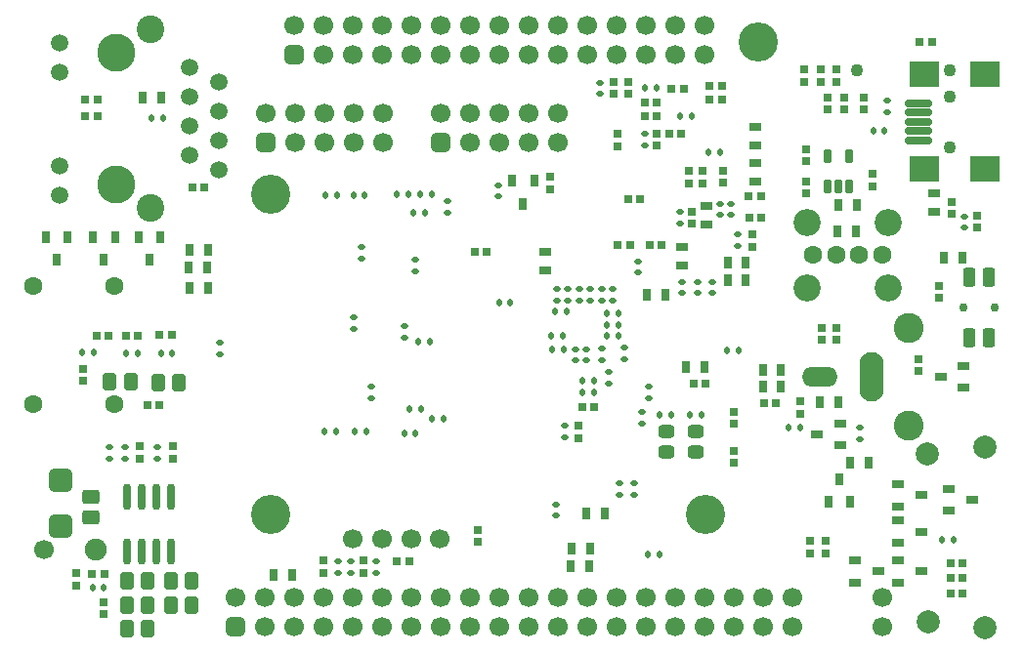
<source format=gbs>
G04 Layer_Color=16711935*
%FSLAX44Y44*%
%MOMM*%
G71*
G01*
G75*
%ADD105C,1.6000*%
%ADD108C,1.5000*%
%ADD109C,1.9000*%
%ADD195R,1.0000X0.8000*%
%ADD196R,0.8000X1.0000*%
G04:AMPARAMS|DCode=197|XSize=0.6mm|YSize=0.55mm|CornerRadius=0.1625mm|HoleSize=0mm|Usage=FLASHONLY|Rotation=270.000|XOffset=0mm|YOffset=0mm|HoleType=Round|Shape=RoundedRectangle|*
%AMROUNDEDRECTD197*
21,1,0.6000,0.2250,0,0,270.0*
21,1,0.2750,0.5500,0,0,270.0*
1,1,0.3250,-0.1125,-0.1375*
1,1,0.3250,-0.1125,0.1375*
1,1,0.3250,0.1125,0.1375*
1,1,0.3250,0.1125,-0.1375*
%
%ADD197ROUNDEDRECTD197*%
G04:AMPARAMS|DCode=198|XSize=0.7mm|YSize=0.75mm|CornerRadius=0.2mm|HoleSize=0mm|Usage=FLASHONLY|Rotation=180.000|XOffset=0mm|YOffset=0mm|HoleType=Round|Shape=RoundedRectangle|*
%AMROUNDEDRECTD198*
21,1,0.7000,0.3500,0,0,180.0*
21,1,0.3000,0.7500,0,0,180.0*
1,1,0.4000,-0.1500,0.1750*
1,1,0.4000,0.1500,0.1750*
1,1,0.4000,0.1500,-0.1750*
1,1,0.4000,-0.1500,-0.1750*
%
%ADD198ROUNDEDRECTD198*%
G04:AMPARAMS|DCode=199|XSize=0.7mm|YSize=0.75mm|CornerRadius=0.2mm|HoleSize=0mm|Usage=FLASHONLY|Rotation=90.000|XOffset=0mm|YOffset=0mm|HoleType=Round|Shape=RoundedRectangle|*
%AMROUNDEDRECTD199*
21,1,0.7000,0.3500,0,0,90.0*
21,1,0.3000,0.7500,0,0,90.0*
1,1,0.4000,0.1750,0.1500*
1,1,0.4000,0.1750,-0.1500*
1,1,0.4000,-0.1750,-0.1500*
1,1,0.4000,-0.1750,0.1500*
%
%ADD199ROUNDEDRECTD199*%
G04:AMPARAMS|DCode=219|XSize=1.15mm|YSize=0.7mm|CornerRadius=0.2mm|HoleSize=0mm|Usage=FLASHONLY|Rotation=90.000|XOffset=0mm|YOffset=0mm|HoleType=Round|Shape=RoundedRectangle|*
%AMROUNDEDRECTD219*
21,1,1.1500,0.3000,0,0,90.0*
21,1,0.7500,0.7000,0,0,90.0*
1,1,0.4000,0.1500,0.3750*
1,1,0.4000,0.1500,-0.3750*
1,1,0.4000,-0.1500,-0.3750*
1,1,0.4000,-0.1500,0.3750*
%
%ADD219ROUNDEDRECTD219*%
G04:AMPARAMS|DCode=220|XSize=0.6mm|YSize=0.55mm|CornerRadius=0.1625mm|HoleSize=0mm|Usage=FLASHONLY|Rotation=180.000|XOffset=0mm|YOffset=0mm|HoleType=Round|Shape=RoundedRectangle|*
%AMROUNDEDRECTD220*
21,1,0.6000,0.2250,0,0,180.0*
21,1,0.2750,0.5500,0,0,180.0*
1,1,0.3250,-0.1375,0.1125*
1,1,0.3250,0.1375,0.1125*
1,1,0.3250,0.1375,-0.1125*
1,1,0.3250,-0.1375,-0.1125*
%
%ADD220ROUNDEDRECTD220*%
%ADD224C,3.4000*%
%ADD225O,2.1000X4.3000*%
%ADD226O,3.1000X1.7000*%
%ADD227C,2.6000*%
%ADD228C,1.7000*%
%ADD229C,2.3500*%
%ADD230C,2.0000*%
%ADD231C,1.1000*%
%ADD232C,3.3000*%
%ADD233C,2.4000*%
G04:AMPARAMS|DCode=234|XSize=1.7mm|YSize=1.7mm|CornerRadius=0.45mm|HoleSize=0mm|Usage=FLASHONLY|Rotation=0.000|XOffset=0mm|YOffset=0mm|HoleType=Round|Shape=RoundedRectangle|*
%AMROUNDEDRECTD234*
21,1,1.7000,0.8000,0,0,0.0*
21,1,0.8000,1.7000,0,0,0.0*
1,1,0.9000,0.4000,-0.4000*
1,1,0.9000,-0.4000,-0.4000*
1,1,0.9000,-0.4000,0.4000*
1,1,0.9000,0.4000,0.4000*
%
%ADD234ROUNDEDRECTD234*%
%ADD235C,0.7500*%
G04:AMPARAMS|DCode=236|XSize=1.25mm|YSize=1.55mm|CornerRadius=0.3375mm|HoleSize=0mm|Usage=FLASHONLY|Rotation=270.000|XOffset=0mm|YOffset=0mm|HoleType=Round|Shape=RoundedRectangle|*
%AMROUNDEDRECTD236*
21,1,1.2500,0.8750,0,0,270.0*
21,1,0.5750,1.5500,0,0,270.0*
1,1,0.6750,-0.4375,-0.2875*
1,1,0.6750,-0.4375,0.2875*
1,1,0.6750,0.4375,0.2875*
1,1,0.6750,0.4375,-0.2875*
%
%ADD236ROUNDEDRECTD236*%
G04:AMPARAMS|DCode=237|XSize=1.4mm|YSize=1.15mm|CornerRadius=0.3125mm|HoleSize=0mm|Usage=FLASHONLY|Rotation=0.000|XOffset=0mm|YOffset=0mm|HoleType=Round|Shape=RoundedRectangle|*
%AMROUNDEDRECTD237*
21,1,1.4000,0.5250,0,0,0.0*
21,1,0.7750,1.1500,0,0,0.0*
1,1,0.6250,0.3875,-0.2625*
1,1,0.6250,-0.3875,-0.2625*
1,1,0.6250,-0.3875,0.2625*
1,1,0.6250,0.3875,0.2625*
%
%ADD237ROUNDEDRECTD237*%
%ADD238R,1.0000X0.7000*%
G04:AMPARAMS|DCode=239|XSize=1.25mm|YSize=1.55mm|CornerRadius=0.3375mm|HoleSize=0mm|Usage=FLASHONLY|Rotation=180.000|XOffset=0mm|YOffset=0mm|HoleType=Round|Shape=RoundedRectangle|*
%AMROUNDEDRECTD239*
21,1,1.2500,0.8750,0,0,180.0*
21,1,0.5750,1.5500,0,0,180.0*
1,1,0.6750,-0.2875,0.4375*
1,1,0.6750,0.2875,0.4375*
1,1,0.6750,0.2875,-0.4375*
1,1,0.6750,-0.2875,-0.4375*
%
%ADD239ROUNDEDRECTD239*%
G04:AMPARAMS|DCode=240|XSize=2.1mm|YSize=2.1mm|CornerRadius=0.55mm|HoleSize=0mm|Usage=FLASHONLY|Rotation=180.000|XOffset=0mm|YOffset=0mm|HoleType=Round|Shape=RoundedRectangle|*
%AMROUNDEDRECTD240*
21,1,2.1000,1.0000,0,0,180.0*
21,1,1.0000,2.1000,0,0,180.0*
1,1,1.1000,-0.5000,0.5000*
1,1,1.1000,0.5000,0.5000*
1,1,1.1000,0.5000,-0.5000*
1,1,1.1000,-0.5000,-0.5000*
%
%ADD240ROUNDEDRECTD240*%
%ADD241O,0.7000X2.3000*%
G04:AMPARAMS|DCode=242|XSize=2.35mm|YSize=0.6mm|CornerRadius=0.175mm|HoleSize=0mm|Usage=FLASHONLY|Rotation=180.000|XOffset=0mm|YOffset=0mm|HoleType=Round|Shape=RoundedRectangle|*
%AMROUNDEDRECTD242*
21,1,2.3500,0.2500,0,0,180.0*
21,1,2.0000,0.6000,0,0,180.0*
1,1,0.3500,-1.0000,0.1250*
1,1,0.3500,1.0000,0.1250*
1,1,0.3500,1.0000,-0.1250*
1,1,0.3500,-1.0000,-0.1250*
%
%ADD242ROUNDEDRECTD242*%
%ADD243R,2.6000X2.2000*%
%ADD244R,0.7000X1.0000*%
G04:AMPARAMS|DCode=245|XSize=1.65mm|YSize=1.1mm|CornerRadius=0.3mm|HoleSize=0mm|Usage=FLASHONLY|Rotation=90.000|XOffset=0mm|YOffset=0mm|HoleType=Round|Shape=RoundedRectangle|*
%AMROUNDEDRECTD245*
21,1,1.6500,0.5000,0,0,90.0*
21,1,1.0500,1.1000,0,0,90.0*
1,1,0.6000,0.2500,0.5250*
1,1,0.6000,0.2500,-0.5250*
1,1,0.6000,-0.2500,-0.5250*
1,1,0.6000,-0.2500,0.5250*
%
%ADD245ROUNDEDRECTD245*%
D105*
X685250Y337251D02*
D03*
X705250D02*
D03*
X725250D02*
D03*
X745250D02*
D03*
X80001Y208252D02*
D03*
X10001D02*
D03*
X80001Y310752D02*
D03*
X10001D02*
D03*
D108*
X170340Y487250D02*
D03*
X144940Y499950D02*
D03*
Y474550D02*
D03*
X170340Y461850D02*
D03*
Y436450D02*
D03*
Y411050D02*
D03*
X144940Y423750D02*
D03*
Y449150D02*
D03*
X32500Y521500D02*
D03*
X32250Y389500D02*
D03*
X32500Y496250D02*
D03*
X32250Y415000D02*
D03*
D109*
X64000Y82000D02*
D03*
D195*
X635251Y432751D02*
D03*
Y448752D02*
D03*
X635249Y417249D02*
D03*
Y401248D02*
D03*
X593251Y363751D02*
D03*
Y379752D02*
D03*
X790251Y390752D02*
D03*
Y374751D02*
D03*
X453501Y323751D02*
D03*
Y339752D02*
D03*
X572251Y328001D02*
D03*
Y344002D02*
D03*
D196*
X707001Y380999D02*
D03*
X723002D02*
D03*
X706751Y357999D02*
D03*
X722752D02*
D03*
X475250Y67249D02*
D03*
X491251D02*
D03*
X489250Y113249D02*
D03*
X505251D02*
D03*
X733748Y157251D02*
D03*
X717747D02*
D03*
X707249Y210001D02*
D03*
X691248D02*
D03*
X476250Y82749D02*
D03*
X492251D02*
D03*
X611250Y330874D02*
D03*
X627251D02*
D03*
X145001Y308999D02*
D03*
X161002D02*
D03*
X144001Y326999D02*
D03*
X160002D02*
D03*
X591249Y240001D02*
D03*
X575248D02*
D03*
X145001Y341999D02*
D03*
X161002D02*
D03*
X217751Y59999D02*
D03*
X233752D02*
D03*
X814499Y335001D02*
D03*
X798498D02*
D03*
X104751Y473999D02*
D03*
X120752D02*
D03*
X641751Y237999D02*
D03*
X657752D02*
D03*
X641751Y222999D02*
D03*
X657752D02*
D03*
X611250Y315796D02*
D03*
X627251D02*
D03*
X541083Y303166D02*
D03*
X557084D02*
D03*
D197*
X297000Y389000D02*
D03*
X287000D02*
D03*
X263000D02*
D03*
X273000D02*
D03*
X664000Y188000D02*
D03*
X674000D02*
D03*
X570000Y457500D02*
D03*
X580000D02*
D03*
X540000Y482500D02*
D03*
X550000D02*
D03*
X495499Y228250D02*
D03*
X485499D02*
D03*
Y218250D02*
D03*
X495499D02*
D03*
X413250Y296000D02*
D03*
X423250D02*
D03*
X355000Y390000D02*
D03*
X345000D02*
D03*
X335000D02*
D03*
X325000D02*
D03*
X345499Y204250D02*
D03*
X335499D02*
D03*
X341000Y183000D02*
D03*
X331000D02*
D03*
X365000Y195000D02*
D03*
X355000D02*
D03*
X298000Y184000D02*
D03*
X288000D02*
D03*
X262000D02*
D03*
X272000D02*
D03*
X122000Y456000D02*
D03*
X112000D02*
D03*
X130250Y252000D02*
D03*
X120250D02*
D03*
X90000Y252500D02*
D03*
X100000D02*
D03*
X52250Y253000D02*
D03*
X62250D02*
D03*
X353499Y262250D02*
D03*
X343499D02*
D03*
X61000Y49000D02*
D03*
X71000D02*
D03*
X468250Y267000D02*
D03*
X458250D02*
D03*
X469499Y255250D02*
D03*
X459499D02*
D03*
X507000Y267000D02*
D03*
X517000D02*
D03*
X461996Y288250D02*
D03*
X471996D02*
D03*
X747499Y445250D02*
D03*
X737499D02*
D03*
X594499Y426250D02*
D03*
X604499D02*
D03*
X542000Y78000D02*
D03*
X552000D02*
D03*
X507000Y276750D02*
D03*
X517000D02*
D03*
X507000Y286500D02*
D03*
X517000D02*
D03*
X611000Y255000D02*
D03*
X621000D02*
D03*
X562500Y198750D02*
D03*
X552500D02*
D03*
X578500D02*
D03*
X588500D02*
D03*
X349250Y374000D02*
D03*
X339250D02*
D03*
X807000Y90000D02*
D03*
X797000D02*
D03*
D198*
X157749Y396250D02*
D03*
X147249D02*
D03*
X108751Y207252D02*
D03*
X119251D02*
D03*
X788250Y522000D02*
D03*
X777750D02*
D03*
X804750Y44000D02*
D03*
X815250D02*
D03*
Y70000D02*
D03*
X804750D02*
D03*
X815250Y57000D02*
D03*
X804750D02*
D03*
X606250Y484000D02*
D03*
X595750D02*
D03*
X606250Y472000D02*
D03*
X595750D02*
D03*
X640250Y388000D02*
D03*
X629750D02*
D03*
X554000Y346250D02*
D03*
X543500D02*
D03*
X516249D02*
D03*
X526749D02*
D03*
X560751Y442252D02*
D03*
X571251D02*
D03*
X562751Y481252D02*
D03*
X573251D02*
D03*
X525250Y385997D02*
D03*
X535750D02*
D03*
X539750Y457500D02*
D03*
X550250D02*
D03*
X539750Y470000D02*
D03*
X550250D02*
D03*
X495749Y205250D02*
D03*
X485249D02*
D03*
X402750Y340000D02*
D03*
X392250D02*
D03*
X54750Y472500D02*
D03*
X65250D02*
D03*
X54750Y457500D02*
D03*
X65250D02*
D03*
X129500Y268000D02*
D03*
X119000D02*
D03*
X100250Y267500D02*
D03*
X89750D02*
D03*
X75250D02*
D03*
X64750D02*
D03*
X335250Y72000D02*
D03*
X324750D02*
D03*
X60750Y61000D02*
D03*
X71250D02*
D03*
X630000Y370000D02*
D03*
X640500D02*
D03*
X581750Y226000D02*
D03*
X592250D02*
D03*
X642750Y209000D02*
D03*
X653250D02*
D03*
D199*
X53001Y228002D02*
D03*
Y238502D02*
D03*
X47000Y50750D02*
D03*
Y61250D02*
D03*
X712000Y474250D02*
D03*
Y463750D02*
D03*
X698000Y474250D02*
D03*
Y463750D02*
D03*
X678000Y498250D02*
D03*
Y487750D02*
D03*
X692000Y498250D02*
D03*
Y487750D02*
D03*
X706000Y498250D02*
D03*
Y487750D02*
D03*
X679250Y418750D02*
D03*
Y429250D02*
D03*
Y401250D02*
D03*
Y390750D02*
D03*
X737001Y397002D02*
D03*
Y407502D02*
D03*
X827499Y361000D02*
D03*
Y371500D02*
D03*
X777000Y236750D02*
D03*
Y247250D02*
D03*
X674000Y199750D02*
D03*
Y210250D02*
D03*
X706000Y263750D02*
D03*
Y274250D02*
D03*
X693000Y263750D02*
D03*
Y274250D02*
D03*
X580250Y375250D02*
D03*
Y364750D02*
D03*
X577500Y410250D02*
D03*
Y399750D02*
D03*
X590000D02*
D03*
Y410250D02*
D03*
X607499Y400000D02*
D03*
Y410500D02*
D03*
X550000Y432250D02*
D03*
Y442750D02*
D03*
X525000Y477250D02*
D03*
Y487750D02*
D03*
X512500Y477250D02*
D03*
Y487750D02*
D03*
X457250Y394750D02*
D03*
Y405250D02*
D03*
X482499Y189250D02*
D03*
Y178750D02*
D03*
X131000Y160750D02*
D03*
Y171250D02*
D03*
X729000Y474250D02*
D03*
Y463750D02*
D03*
X794499Y310750D02*
D03*
Y300250D02*
D03*
X616499Y201500D02*
D03*
Y191000D02*
D03*
Y167500D02*
D03*
Y157000D02*
D03*
X296000Y61750D02*
D03*
Y72250D02*
D03*
X395000Y99250D02*
D03*
Y88750D02*
D03*
X261000Y61750D02*
D03*
Y72250D02*
D03*
X102000Y160750D02*
D03*
Y171250D02*
D03*
X71000Y36250D02*
D03*
Y25750D02*
D03*
X632500Y344750D02*
D03*
Y355250D02*
D03*
X515749Y442500D02*
D03*
Y432000D02*
D03*
X805250Y372750D02*
D03*
Y383250D02*
D03*
X696000Y89250D02*
D03*
Y78750D02*
D03*
X683000Y89250D02*
D03*
Y78750D02*
D03*
D219*
X698000Y396500D02*
D03*
X707500D02*
D03*
X698000Y423500D02*
D03*
X717000Y396500D02*
D03*
Y423500D02*
D03*
D220*
X750000Y461000D02*
D03*
Y471000D02*
D03*
X537000Y201000D02*
D03*
Y191000D02*
D03*
X570250Y365000D02*
D03*
Y375000D02*
D03*
X614250Y372000D02*
D03*
Y382000D02*
D03*
X605250Y372000D02*
D03*
Y382000D02*
D03*
X540000Y432500D02*
D03*
Y442500D02*
D03*
X501000Y487000D02*
D03*
Y477000D02*
D03*
X470499Y179250D02*
D03*
Y189250D02*
D03*
X117000Y171000D02*
D03*
Y161000D02*
D03*
X369000Y384000D02*
D03*
Y374000D02*
D03*
X294000Y344000D02*
D03*
Y334000D02*
D03*
X303000Y223000D02*
D03*
Y213000D02*
D03*
X307000Y72000D02*
D03*
Y62000D02*
D03*
X274000Y72000D02*
D03*
Y62000D02*
D03*
X285000Y72000D02*
D03*
Y62000D02*
D03*
X341000Y323000D02*
D03*
Y333000D02*
D03*
X726000Y178000D02*
D03*
Y188000D02*
D03*
X412250Y388000D02*
D03*
Y398000D02*
D03*
X89000Y171000D02*
D03*
Y161000D02*
D03*
X76000Y171000D02*
D03*
Y161000D02*
D03*
X517499Y129250D02*
D03*
Y139250D02*
D03*
X620000Y345000D02*
D03*
Y355000D02*
D03*
X585499Y304250D02*
D03*
Y314250D02*
D03*
X287000Y273000D02*
D03*
Y283000D02*
D03*
X489250Y255750D02*
D03*
Y245750D02*
D03*
X479500Y255750D02*
D03*
Y245750D02*
D03*
X571499Y314250D02*
D03*
Y304250D02*
D03*
X598499Y314250D02*
D03*
Y304250D02*
D03*
X502250Y297750D02*
D03*
Y307750D02*
D03*
X502499Y256250D02*
D03*
Y246250D02*
D03*
X473000Y297750D02*
D03*
Y307750D02*
D03*
X482750Y297750D02*
D03*
Y307750D02*
D03*
X463250D02*
D03*
Y297750D02*
D03*
X492500D02*
D03*
Y307750D02*
D03*
X534000Y322000D02*
D03*
Y332000D02*
D03*
X512000Y307750D02*
D03*
Y297750D02*
D03*
X171499Y261250D02*
D03*
Y251250D02*
D03*
X508499Y226250D02*
D03*
Y236250D02*
D03*
X530499Y139250D02*
D03*
Y129250D02*
D03*
X522000Y257000D02*
D03*
Y247000D02*
D03*
X543000Y213000D02*
D03*
Y223000D02*
D03*
X462499Y111250D02*
D03*
Y121250D02*
D03*
X816250Y371000D02*
D03*
Y361000D02*
D03*
X331250Y276000D02*
D03*
Y266000D02*
D03*
D224*
X637500Y522500D02*
D03*
X592000Y112500D02*
D03*
X215000D02*
D03*
Y390000D02*
D03*
D225*
X736000Y232000D02*
D03*
D226*
X691000D02*
D03*
D227*
X768500Y189500D02*
D03*
Y274500D02*
D03*
D228*
X19000Y82000D02*
D03*
X745000Y40000D02*
D03*
Y14600D02*
D03*
X362200Y91000D02*
D03*
X337600D02*
D03*
X286800D02*
D03*
X312200D02*
D03*
X464600Y435000D02*
D03*
X388400D02*
D03*
X464600Y460400D02*
D03*
X388400D02*
D03*
X439200Y435000D02*
D03*
X413800D02*
D03*
X439200Y460400D02*
D03*
X413800D02*
D03*
X363000D02*
D03*
X286800Y511000D02*
D03*
X312200D02*
D03*
X363000D02*
D03*
X388400D02*
D03*
X439200D02*
D03*
X464600D02*
D03*
X515400D02*
D03*
X540800D02*
D03*
X591600D02*
D03*
X236000Y536400D02*
D03*
X286800D02*
D03*
X312200D02*
D03*
X363000D02*
D03*
X388400D02*
D03*
X439200D02*
D03*
X464600D02*
D03*
X515400D02*
D03*
X540800D02*
D03*
X591600D02*
D03*
X261400Y511000D02*
D03*
X337600D02*
D03*
X413800D02*
D03*
X490000D02*
D03*
X566200D02*
D03*
X261400Y536400D02*
D03*
X337600D02*
D03*
X413800D02*
D03*
X490000D02*
D03*
X566200D02*
D03*
X235800Y15000D02*
D03*
X261200D02*
D03*
X312000D02*
D03*
X337400D02*
D03*
X388200D02*
D03*
X413600D02*
D03*
X464400D02*
D03*
X489800D02*
D03*
X540600D02*
D03*
X185000Y40400D02*
D03*
X235800D02*
D03*
X261200D02*
D03*
X312000D02*
D03*
X337400D02*
D03*
X388200D02*
D03*
X413600D02*
D03*
X464400D02*
D03*
X489800D02*
D03*
X540600D02*
D03*
X210400Y15000D02*
D03*
X286600D02*
D03*
X362800D02*
D03*
X439000D02*
D03*
X515200D02*
D03*
X210400Y40400D02*
D03*
X286600D02*
D03*
X362800D02*
D03*
X439000D02*
D03*
X515200D02*
D03*
X642200D02*
D03*
X566000D02*
D03*
X642200Y15000D02*
D03*
X566000D02*
D03*
X667600Y40400D02*
D03*
X616800D02*
D03*
X591400D02*
D03*
X667600Y15000D02*
D03*
X616800D02*
D03*
X591400D02*
D03*
X211000Y460400D02*
D03*
X261800D02*
D03*
X287200D02*
D03*
X261800Y435000D02*
D03*
X287200D02*
D03*
X236400Y460400D02*
D03*
X312600D02*
D03*
X236400Y435000D02*
D03*
X312600D02*
D03*
D229*
X680250Y308750D02*
D03*
Y365750D02*
D03*
X750250D02*
D03*
Y308750D02*
D03*
D230*
X834250Y14000D02*
D03*
Y171000D02*
D03*
X785000Y19500D02*
D03*
X784750Y164500D02*
D03*
D231*
X723500Y497500D02*
D03*
X803500D02*
D03*
X804000Y474999D02*
D03*
Y431001D02*
D03*
D232*
X81440Y512650D02*
D03*
Y398350D02*
D03*
D233*
X111250Y532970D02*
D03*
Y378030D02*
D03*
D234*
X363000Y435000D02*
D03*
X236000Y511000D02*
D03*
X185000Y15000D02*
D03*
X211000Y435000D02*
D03*
D235*
X815999Y292250D02*
D03*
X842999D02*
D03*
D236*
X60000Y128000D02*
D03*
Y110000D02*
D03*
D237*
X583500Y166250D02*
D03*
X558500D02*
D03*
X583500Y184750D02*
D03*
X558500D02*
D03*
D238*
X709000Y191500D02*
D03*
Y172500D02*
D03*
X689000Y182000D02*
D03*
X823000Y125000D02*
D03*
X803000Y134500D02*
D03*
Y115500D02*
D03*
X779000Y129000D02*
D03*
X759000Y138500D02*
D03*
Y119500D02*
D03*
X779000Y63000D02*
D03*
X759000Y72500D02*
D03*
Y53500D02*
D03*
X779000Y97500D02*
D03*
X759000Y107000D02*
D03*
Y88000D02*
D03*
X742000Y63000D02*
D03*
X722000Y72500D02*
D03*
Y53500D02*
D03*
X796000Y232000D02*
D03*
X816000Y222500D02*
D03*
Y241500D02*
D03*
D239*
X91000Y55000D02*
D03*
X109000D02*
D03*
X129000D02*
D03*
X147000D02*
D03*
X129000Y34000D02*
D03*
X147000D02*
D03*
X109000Y13000D02*
D03*
X91000D02*
D03*
X109000Y34000D02*
D03*
X91000D02*
D03*
X94000Y227500D02*
D03*
X76000D02*
D03*
X118000Y227000D02*
D03*
X136000D02*
D03*
D240*
X33000Y102000D02*
D03*
Y142000D02*
D03*
D241*
X90950Y128000D02*
D03*
X103650D02*
D03*
X116350D02*
D03*
X129050D02*
D03*
X90950Y80000D02*
D03*
X103650D02*
D03*
X116350D02*
D03*
X129050D02*
D03*
D242*
X776940Y453000D02*
D03*
Y461001D02*
D03*
Y437001D02*
D03*
Y444999D02*
D03*
Y468999D02*
D03*
D243*
X834000Y494000D02*
D03*
X782000D02*
D03*
X834000Y412000D02*
D03*
X782000D02*
D03*
D244*
X20500Y353000D02*
D03*
X39500D02*
D03*
X30000Y333000D02*
D03*
X101000Y353000D02*
D03*
X120000D02*
D03*
X110500Y333000D02*
D03*
X61500Y353000D02*
D03*
X80500D02*
D03*
X71000Y333000D02*
D03*
X717500Y123000D02*
D03*
X698500D02*
D03*
X708000Y143000D02*
D03*
X424750Y402000D02*
D03*
X443750D02*
D03*
X434250Y382000D02*
D03*
D245*
X837999Y318500D02*
D03*
Y266000D02*
D03*
X820999Y318500D02*
D03*
Y266000D02*
D03*
M02*

</source>
